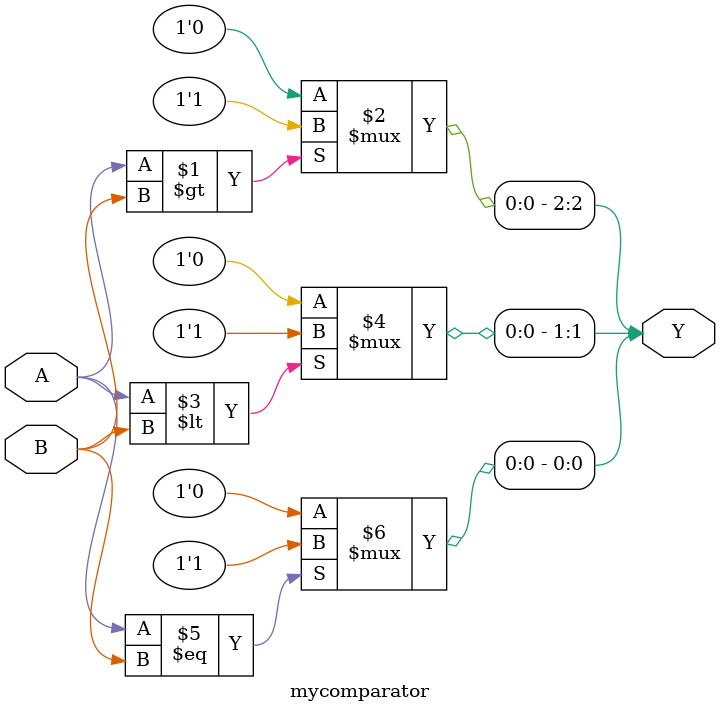
<source format=v>
`timescale 1ns / 1ps


module mycomparator (
    input A,
    input B,
    output [2:0] Y
);

assign Y[2]=(A>B)?1'b1:1'b0;
assign Y[1]=(A<B)?1'b1:1'b0;
assign Y[0]=(A==B)?1'b1:1'b0;
    
endmodule

</source>
